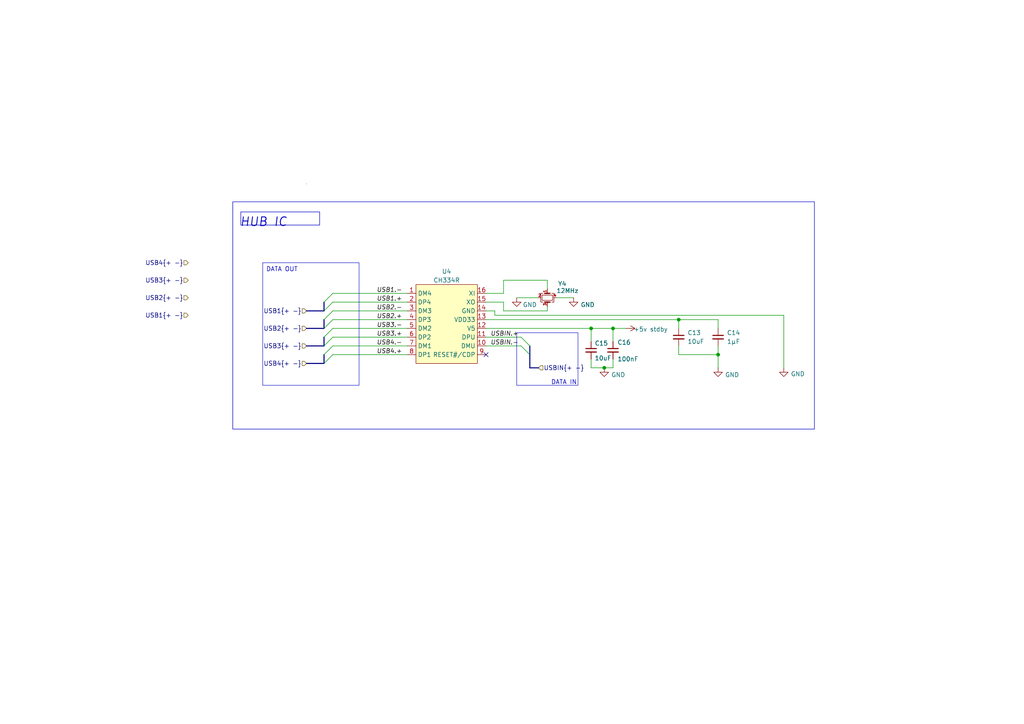
<source format=kicad_sch>
(kicad_sch (version 20250114) (generator "eeschema") (generator_version "9.0")
  (paper "A4")
  (title_block (title "CH334R embedded hub") (date "2024-11-15") (rev "A") (company "ModuCard System") (comment 1 "Artem Horiunov"))
  (lib_symbols
    (symbol "Device:C_Small" (pin_numbers (hide yes)) (pin_names (offset 0.254) (hide yes))
      (property "Reference" "C" (at 0.254 1.778 0))
      (property "Value" "C_Small" (at 0.254 -2.032 0))
      (symbol "C_Small_0_1"
        (polyline (pts (xy -1.524 0.508) (xy 1.524 0.508)) (stroke (width 0.3048)))
        (polyline (pts (xy -1.524 -0.508) (xy 1.524 -0.508)) (stroke (width 0.3302)))
      )
      (symbol "C_Small_1_1"
        (pin passive line (at 0 2.54 270) (length 2.032) (name "~") (number "1"))
        (pin passive line (at 0 -2.54 90) (length 2.032) (name "~") (number "2"))
      )
    )
    (symbol "Device:Crystal_GND24_Small" (pin_names (offset 1.016) (hide yes))
      (property "Reference" "Y" (at 1.27 4.445 0))
      (property "Value" "Crystal_GND24_Small" (at 1.27 2.54 0))
      (symbol "Crystal_GND24_Small_0_1"
        (polyline (pts (xy -1.27 1.27) (xy -1.27 1.905) (xy 1.27 1.905) (xy 1.27 1.27)))
        (polyline (pts (xy -1.27 -0.762) (xy -1.27 0.762)) (stroke (width 0.381)))
        (polyline (pts (xy -1.27 -1.27) (xy -1.27 -1.905) (xy 1.27 -1.905) (xy 1.27 -1.27)))
        (rectangle (start -0.762 -1.524) (end 0.762 1.524))
        (polyline (pts (xy 1.27 -0.762) (xy 1.27 0.762)) (stroke (width 0.381)))
      )
      (symbol "Crystal_GND24_Small_1_1"
        (pin passive line (at -2.54 0 0) (length 1.27) (name "1") (number "1"))
        (pin passive line (at 0 2.54 270) (length 0.635) (name "4") (number "4"))
        (pin passive line (at 0 -2.54 90) (length 0.635) (name "2") (number "2"))
        (pin passive line (at 2.54 0 180) (length 1.27) (name "3") (number "3"))
      )
    )
    (symbol "GND_1" (power) (pin_numbers (hide yes)) (pin_names (offset 0) (hide yes))
      (property "Value" "GND" (at 0 -3.81 0))
      (symbol "GND_1_0_1"
        (polyline (pts (xy 0 0) (xy 0 -1.27) (xy 1.27 -1.27) (xy 0 -2.54) (xy -1.27 -1.27) (xy 0 -1.27)))
      )
      (symbol "GND_1_1_1"
        (pin power_in line (at 0 0 270) (length 0) (name "~") (number "1"))
      )
    )
    (symbol "WCH_USB:CH334R"
      (property "Reference" "U" (at 0 3.81 0))
      (property "Value" "CH334R" (at 0 1.27 0))
      (symbol "CH334R_0_1"
        (rectangle (start -8.89 0) (end 8.89 -22.86) (stroke (width 0.1524)) (fill (type background)))
      )
      (symbol "CH334R_1_1"
        (pin bidirectional line (at -11.43 -2.54 0) (length 2.54) (name "DM4") (number "1"))
        (pin bidirectional line (at -11.43 -5.08 0) (length 2.54) (name "DP4") (number "2"))
        (pin bidirectional line (at -11.43 -7.62 0) (length 2.54) (name "DM3") (number "3"))
        (pin bidirectional line (at -11.43 -10.16 0) (length 2.54) (name "DP3") (number "4"))
        (pin bidirectional line (at -11.43 -12.7 0) (length 2.54) (name "DM2") (number "5"))
        (pin bidirectional line (at -11.43 -15.24 0) (length 2.54) (name "DP2") (number "6"))
        (pin bidirectional line (at -11.43 -17.78 0) (length 2.54) (name "DM1") (number "7"))
        (pin bidirectional line (at -11.43 -20.32 0) (length 2.54) (name "DP1") (number "8"))
        (pin bidirectional line (at 11.43 -2.54 180) (length 2.54) (name "XI") (number "16"))
        (pin bidirectional line (at 11.43 -5.08 180) (length 2.54) (name "XO") (number "15"))
        (pin power_in line (at 11.43 -7.62 180) (length 2.54) (name "GND") (number "14"))
        (pin power_out line (at 11.43 -10.16 180) (length 2.54) (name "VDD33") (number "13"))
        (pin power_in line (at 11.43 -12.7 180) (length 2.54) (name "V5") (number "12"))
        (pin bidirectional line (at 11.43 -15.24 180) (length 2.54) (name "DPU") (number "11"))
        (pin bidirectional line (at 11.43 -17.78 180) (length 2.54) (name "DMU") (number "10"))
        (pin bidirectional line (at 11.43 -20.32 180) (length 2.54) (name "RESET#/CDP") (number "9"))
      )
    )
    (symbol "power:+12V" (power) (pin_numbers (hide yes)) (pin_names (offset 0) (hide yes))
      (property "Value" "+12V" (at 0 3.556 0))
      (symbol "+12V_0_1"
        (polyline (pts (xy -0.762 1.27) (xy 0 2.54)))
        (polyline (pts (xy 0 2.54) (xy 0.762 1.27)))
        (polyline (pts (xy 0 0) (xy 0 2.54)))
      )
      (symbol "+12V_1_1"
        (pin power_in line (at 0 0 90) (length 0) (name "~") (number "1"))
      )
    )
    (symbol "power:GND" (power) (pin_numbers (hide yes)) (pin_names (offset 0) (hide yes))
      (property "Value" "GND" (at 0 -3.81 0))
      (symbol "GND_0_1"
        (polyline (pts (xy 0 0) (xy 0 -1.27) (xy 1.27 -1.27) (xy 0 -2.54) (xy -1.27 -1.27) (xy 0 -1.27)))
      )
      (symbol "GND_1_1"
        (pin power_in line (at 0 0 270) (length 0) (name "~") (number "1"))
      )
    )
  )
  (rectangle (start 76.2 76.2) (end 104.14 111.76) (stroke (width 0.127)))
  (rectangle (start 149.86 96.52) (end 167.64 111.76) (stroke (width 0.127)))
  (rectangle (start 67.5148 58.5348) (end 236.22 124.46))
  (rectangle (start 88.9 53.34) (end 88.9 53.34))
  (rectangle (start 69.85 61.468) (end 92.71 65.278))
  (text "DATA OUT\n" (at 81.788 78.232 0) (effects (font (size 1.27 1.27))))
  (text "DATA IN\n" (at 163.576 110.998 0) (effects (font (size 1.27 1.27))))
  (text "HUB IC\n" (at 76.454 64.516 0) (effects (font (size 2.54 2.54) (thickness 0.254) (bold yes) (italic yes))))
  (junction (at 196.85 92.71))
  (junction (at 171.45 95.25))
  (junction (at 175.26 106.68))
  (junction (at 177.8 95.25))
  (junction (at 208.28 102.87))
  (no_connect (at 140.97 102.87))
  (bus_entry (at 96.52 90.17) (size -2.54 2.54))
  (bus_entry (at 96.52 100.33) (size -2.54 2.54))
  (bus_entry (at 96.52 92.71) (size -2.54 2.54))
  (bus_entry (at 151.13 97.79) (size 2.54 2.54))
  (bus_entry (at 96.52 95.25) (size -2.54 2.54))
  (bus_entry (at 96.52 97.79) (size -2.54 2.54))
  (bus_entry (at 96.52 87.63) (size -2.54 2.54))
  (bus_entry (at 96.52 102.87) (size -2.54 2.54))
  (bus_entry (at 151.13 100.33) (size 2.54 2.54))
  (bus_entry (at 96.52 85.09) (size -2.54 2.54))
  (wire (pts (xy 158.75 90.17) (xy 146.05 90.17)))
  (bus (pts (xy 93.98 105.41) (xy 88.9 105.41)))
  (wire (pts (xy 177.8 95.25) (xy 181.61 95.25)))
  (wire (pts (xy 208.28 102.87) (xy 208.28 100.33)))
  (wire (pts (xy 96.52 102.87) (xy 118.11 102.87)))
  (bus (pts (xy 93.98 102.87) (xy 93.98 105.41)))
  (wire (pts (xy 196.85 92.71) (xy 208.28 92.71)))
  (wire (pts (xy 158.75 83.82) (xy 158.75 81.28)))
  (wire (pts (xy 227.33 91.44) (xy 143.51 91.44)))
  (wire (pts (xy 196.85 102.87) (xy 208.28 102.87)))
  (wire (pts (xy 96.52 92.71) (xy 118.11 92.71)))
  (bus (pts (xy 153.67 102.87) (xy 153.67 106.68)))
  (wire (pts (xy 96.52 85.09) (xy 118.11 85.09)))
  (wire (pts (xy 140.97 97.79) (xy 151.13 97.79)))
  (wire (pts (xy 158.75 81.28) (xy 146.05 81.28)))
  (wire (pts (xy 227.33 91.44) (xy 227.33 106.68)))
  (wire (pts (xy 146.05 81.28) (xy 146.05 85.09)))
  (wire (pts (xy 96.52 90.17) (xy 118.11 90.17)))
  (wire (pts (xy 146.05 90.17) (xy 146.05 87.63)))
  (wire (pts (xy 177.8 95.25) (xy 177.8 99.06)))
  (wire (pts (xy 140.97 90.17) (xy 143.51 90.17)))
  (wire (pts (xy 96.52 87.63) (xy 118.11 87.63)))
  (wire (pts (xy 171.45 95.25) (xy 177.8 95.25)))
  (wire (pts (xy 161.29 86.36) (xy 166.37 86.36)))
  (bus (pts (xy 93.98 100.33) (xy 88.9 100.33)))
  (wire (pts (xy 208.28 95.25) (xy 208.28 92.71)))
  (wire (pts (xy 196.85 92.71) (xy 196.85 95.25)))
  (wire (pts (xy 158.75 88.9) (xy 158.75 90.17)))
  (bus (pts (xy 93.98 92.71) (xy 93.98 95.25)))
  (bus (pts (xy 93.98 87.63) (xy 93.98 90.17)))
  (wire (pts (xy 140.97 100.33) (xy 151.13 100.33)))
  (wire (pts (xy 140.97 95.25) (xy 171.45 95.25)))
  (wire (pts (xy 171.45 106.68) (xy 171.45 104.14)))
  (wire (pts (xy 96.52 95.25) (xy 118.11 95.25)))
  (bus (pts (xy 93.98 95.25) (xy 88.9 95.25)))
  (wire (pts (xy 143.51 90.17) (xy 143.51 91.44)))
  (wire (pts (xy 171.45 95.25) (xy 171.45 99.06)))
  (wire (pts (xy 96.52 97.79) (xy 118.11 97.79)))
  (wire (pts (xy 96.52 100.33) (xy 118.11 100.33)))
  (wire (pts (xy 146.05 85.09) (xy 140.97 85.09)))
  (wire (pts (xy 156.21 86.36) (xy 149.86 86.36)))
  (wire (pts (xy 196.85 100.33) (xy 196.85 102.87)))
  (bus (pts (xy 153.67 100.33) (xy 153.67 102.87)))
  (wire (pts (xy 208.28 106.68) (xy 208.28 102.87)))
  (wire (pts (xy 177.8 106.68) (xy 175.26 106.68)))
  (wire (pts (xy 175.26 106.68) (xy 171.45 106.68)))
  (bus (pts (xy 93.98 97.79) (xy 93.98 100.33)))
  (bus (pts (xy 93.98 90.17) (xy 88.9 90.17)))
  (wire (pts (xy 146.05 87.63) (xy 140.97 87.63)))
  (bus (pts (xy 153.67 106.68) (xy 156.21 106.68)))
  (wire (pts (xy 140.97 92.71) (xy 196.85 92.71)))
  (wire (pts (xy 177.8 104.14) (xy 177.8 106.68)))
  (label "USB4.+" (at 109.22 102.87 0) (effects (font (italic yes))))
  (label "USBIN.-" (at 142.24 100.33 0) (effects (font (italic yes))))
  (label "USB3.+" (at 109.22 97.79 0) (effects (font (italic yes))))
  (label "USBIN.+" (at 142.24 97.79 0) (effects (font (italic yes))))
  (label "USB1.+" (at 109.22 87.63 0) (effects (font (italic yes))))
  (label "USB3.-" (at 109.22 95.25 0) (effects (font (italic yes))))
  (label "USB2.-" (at 109.22 90.17 0) (effects (font (italic yes))))
  (label "USB2.+" (at 109.22 92.71 0) (effects (font (italic yes))))
  (label "USB1.-" (at 109.22 85.09 0) (effects (font (italic yes))))
  (label "USB4.-" (at 109.22 100.33 0) (effects (font (italic yes))))
  (hierarchical_label "USB1{+ -}" (shape input) (at 54.61 91.44 180))
  (hierarchical_label "USB4{+ -}" (shape input) (at 88.9 105.41 180))
  (hierarchical_label "USB2{+ -}" (shape input) (at 54.61 86.36 180))
  (hierarchical_label "USB2{+ -}" (shape input) (at 88.9 95.25 180))
  (hierarchical_label "USBIN{+ -}" (shape input) (at 156.21 106.68 0))
  (hierarchical_label "USB3{+ -}" (shape input) (at 54.61 81.28 180))
  (hierarchical_label "USB4{+ -}" (shape input) (at 54.61 76.2 180))
  (hierarchical_label "USB1{+ -}" (shape input) (at 88.9 90.17 180))
  (hierarchical_label "USB3{+ -}" (shape input) (at 88.9 100.33 180))
  (symbol (lib_name "GND_1") (lib_id "power:GND") (at 208.28 106.68 0) (unit 1)
    (property "Reference" "#PWR045" (effects (hide yes)))
    (property "Value" "GND" (at 212.344 108.712 0))
    (property "Description" "Power symbol creates a global label with name \"GND\" , ground" (effects (hide yes)))
    (instances (project "ModuCard-System-ActiveBackplane" (path "" (reference "#PWR0269") (unit 1)) (path "" (reference "#PWR045") (unit 1)) (path "" (reference "#PWR087") (unit 1)) (path "" (reference "#PWR0263") (unit 1)) (path "" (reference "#PWR0479") (unit 1))))
  )
  (symbol (lib_id "Device:Crystal_GND24_Small") (at 158.75 86.36 270) (unit 1)
    (property "Reference" "Y1" (at 163.068 82.296 90))
    (property "Value" "12MHz" (at 164.592 84.328 90))
    (property "Footprint" "Crystal:Crystal_SMD_3225-4Pin_3.2x2.5mm" (effects (hide yes)))
    (instances (project "ModuCard-System-ActiveBackplane" (path "" (reference "Y4") (unit 1)) (path "" (reference "Y1") (unit 1)) (path "" (reference "Y2") (unit 1)) (path "" (reference "Y3") (unit 1)) (path "" (reference "Y5") (unit 1))))
  )
  (symbol (lib_name "GND_1") (lib_id "power:GND") (at 175.26 106.68 0) (unit 1)
    (property "Reference" "#PWR044" (effects (hide yes)))
    (property "Value" "GND" (at 179.324 108.712 0))
    (property "Description" "Power symbol creates a global label with name \"GND\" , ground" (effects (hide yes)))
    (instances (project "ModuCard-System-ActiveBackplane" (path "" (reference "#PWR0268") (unit 1)) (path "" (reference "#PWR044") (unit 1)) (path "" (reference "#PWR086") (unit 1)) (path "" (reference "#PWR0262") (unit 1)) (path "" (reference "#PWR0478") (unit 1))))
  )
  (symbol (lib_id "WCH_USB:CH334R") (at 129.54 82.55 0) (unit 1)
    (property "Reference" "U1" (at 129.54 78.74 0))
    (property "Value" "CH334R" (at 129.54 81.28 0))
    (property "Footprint" "Package_SO:QSOP-16_3.9x4.9mm_P0.635mm" (effects (hide yes)))
    (instances (project "ModuCard-System-ActiveBackplane" (path "" (reference "U4") (unit 1)) (path "" (reference "U1") (unit 1)) (path "" (reference "U2") (unit 1)) (path "" (reference "U3") (unit 1)) (path "" (reference "U5") (unit 1))))
  )
  (symbol (lib_id "power:+12V") (at 181.61 95.25 270) (unit 1)
    (property "Reference" "#PWR043" (effects (hide yes)))
    (property "Value" "+5v stdby" (at 188.722 95.504 90))
    (property "Description" "Power symbol creates a global label with name \"+12V\"" (effects (hide yes)))
    (instances (project "ModuCard-System-ActiveBackplane" (path "" (reference "#PWR0267") (unit 1)) (path "" (reference "#PWR043") (unit 1)) (path "" (reference "#PWR085") (unit 1)) (path "" (reference "#PWR0261") (unit 1)) (path "" (reference "#PWR0477") (unit 1))))
  )
  (symbol (lib_name "GND_1") (lib_id "power:GND") (at 166.37 86.36 0) (unit 1)
    (property "Reference" "#PWR042" (effects (hide yes)))
    (property "Value" "GND" (at 170.434 88.392 0))
    (property "Description" "Power symbol creates a global label with name \"GND\" , ground" (effects (hide yes)))
    (instances (project "ModuCard-System-ActiveBackplane" (path "" (reference "#PWR0266") (unit 1)) (path "" (reference "#PWR042") (unit 1)) (path "" (reference "#PWR084") (unit 1)) (path "" (reference "#PWR0260") (unit 1)) (path "" (reference "#PWR0476") (unit 1))))
  )
  (symbol (lib_id "Device:C_Small") (at 208.28 97.79 0) (unit 1)
    (property "Reference" "C2" (at 210.82 96.52 0) (effects (justify left)))
    (property "Value" "1μF" (at 210.82 99.06 0) (effects (justify left)))
    (property "Footprint" "Capacitor_SMD:C_0603_1608Metric" (effects (hide yes)))
    (instances (project "ModuCard-System-ActiveBackplane" (path "" (reference "C14") (unit 1)) (path "" (reference "C2") (unit 1)) (path "" (reference "C6") (unit 1)) (path "" (reference "C10") (unit 1)) (path "" (reference "C18") (unit 1))))
  )
  (symbol (lib_id "Device:C_Small") (at 177.8 101.6 0) (unit 1)
    (property "Reference" "C4" (at 179.07 99.314 0) (effects (justify left)))
    (property "Value" "100nF" (at 179.07 104.14 0) (effects (justify left)))
    (property "Footprint" "Capacitor_SMD:C_0603_1608Metric" (effects (hide yes)))
    (instances (project "ModuCard-System-ActiveBackplane" (path "" (reference "C16") (unit 1)) (path "" (reference "C4") (unit 1)) (path "" (reference "C8") (unit 1)) (path "" (reference "C12") (unit 1)) (path "" (reference "C20") (unit 1))))
  )
  (symbol (lib_id "power:GND") (at 227.33 106.68 0) (unit 1)
    (property "Reference" "#PWR046" (effects (hide yes)))
    (property "Value" "GND" (at 231.394 108.458 0))
    (property "Description" "Power symbol creates a global label with name \"GND\" , ground" (effects (hide yes)))
    (instances (project "ModuCard-System-ActiveBackplane" (path "" (reference "#PWR0270") (unit 1)) (path "" (reference "#PWR046") (unit 1)) (path "" (reference "#PWR088") (unit 1)) (path "" (reference "#PWR0264") (unit 1)) (path "" (reference "#PWR0480") (unit 1))))
  )
  (symbol (lib_name "GND_1") (lib_id "power:GND") (at 149.86 86.36 0) (unit 1)
    (property "Reference" "#PWR041" (effects (hide yes)))
    (property "Value" "GND" (at 153.67 88.392 0))
    (property "Description" "Power symbol creates a global label with name \"GND\" , ground" (effects (hide yes)))
    (instances (project "ModuCard-System-ActiveBackplane" (path "" (reference "#PWR0265") (unit 1)) (path "" (reference "#PWR041") (unit 1)) (path "" (reference "#PWR083") (unit 1)) (path "" (reference "#PWR0259") (unit 1)) (path "" (reference "#PWR0475") (unit 1))))
  )
  (symbol (lib_id "Device:C_Small") (at 196.85 97.79 0) (unit 1)
    (property "Reference" "C1" (at 199.39 96.52 0) (effects (justify left)))
    (property "Value" "10uF" (at 199.39 99.06 0) (effects (justify left)))
    (property "Footprint" "Capacitor_SMD:C_0603_1608Metric" (effects (hide yes)))
    (instances (project "ModuCard-System-ActiveBackplane" (path "" (reference "C13") (unit 1)) (path "" (reference "C1") (unit 1)) (path "" (reference "C5") (unit 1)) (path "" (reference "C9") (unit 1)) (path "" (reference "C17") (unit 1))))
  )
  (symbol (lib_id "Device:C_Small") (at 171.45 101.6 0) (unit 1)
    (property "Reference" "C3" (at 172.466 99.568 0) (effects (justify left)))
    (property "Value" "10uF" (at 172.466 103.886 0) (effects (justify left)))
    (property "Footprint" "Capacitor_SMD:C_0603_1608Metric" (effects (hide yes)))
    (instances (project "ModuCard-System-ActiveBackplane" (path "" (reference "C15") (unit 1)) (path "" (reference "C3") (unit 1)) (path "" (reference "C7") (unit 1)) (path "" (reference "C11") (unit 1)) (path "" (reference "C19") (unit 1))))
  )
)
</source>
